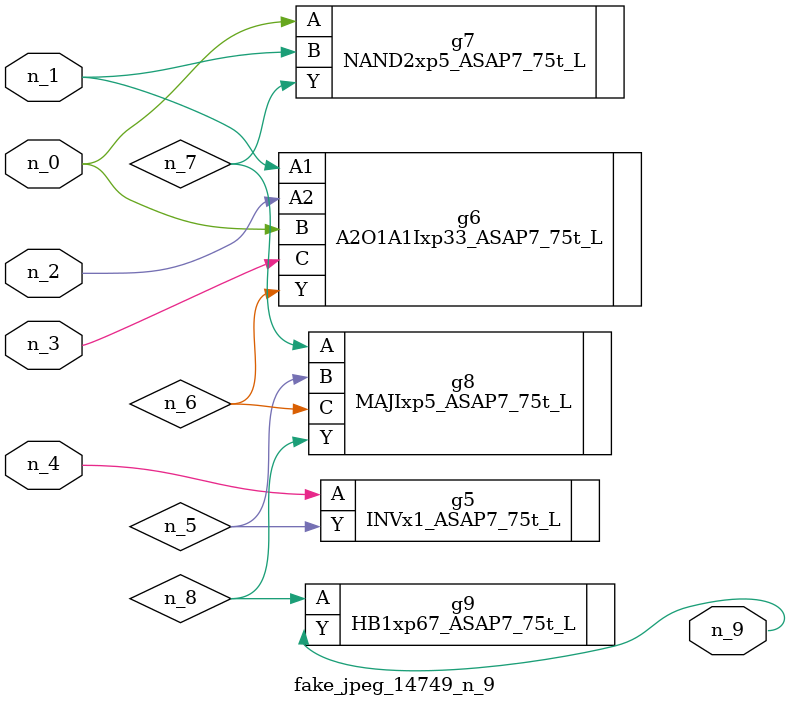
<source format=v>
module fake_jpeg_14749_n_9 (n_3, n_2, n_1, n_0, n_4, n_9);

input n_3;
input n_2;
input n_1;
input n_0;
input n_4;

output n_9;

wire n_8;
wire n_6;
wire n_5;
wire n_7;

INVx1_ASAP7_75t_L g5 ( 
.A(n_4),
.Y(n_5)
);

A2O1A1Ixp33_ASAP7_75t_L g6 ( 
.A1(n_1),
.A2(n_2),
.B(n_0),
.C(n_3),
.Y(n_6)
);

NAND2xp5_ASAP7_75t_L g7 ( 
.A(n_0),
.B(n_1),
.Y(n_7)
);

MAJIxp5_ASAP7_75t_L g8 ( 
.A(n_7),
.B(n_5),
.C(n_6),
.Y(n_8)
);

HB1xp67_ASAP7_75t_L g9 ( 
.A(n_8),
.Y(n_9)
);


endmodule
</source>
